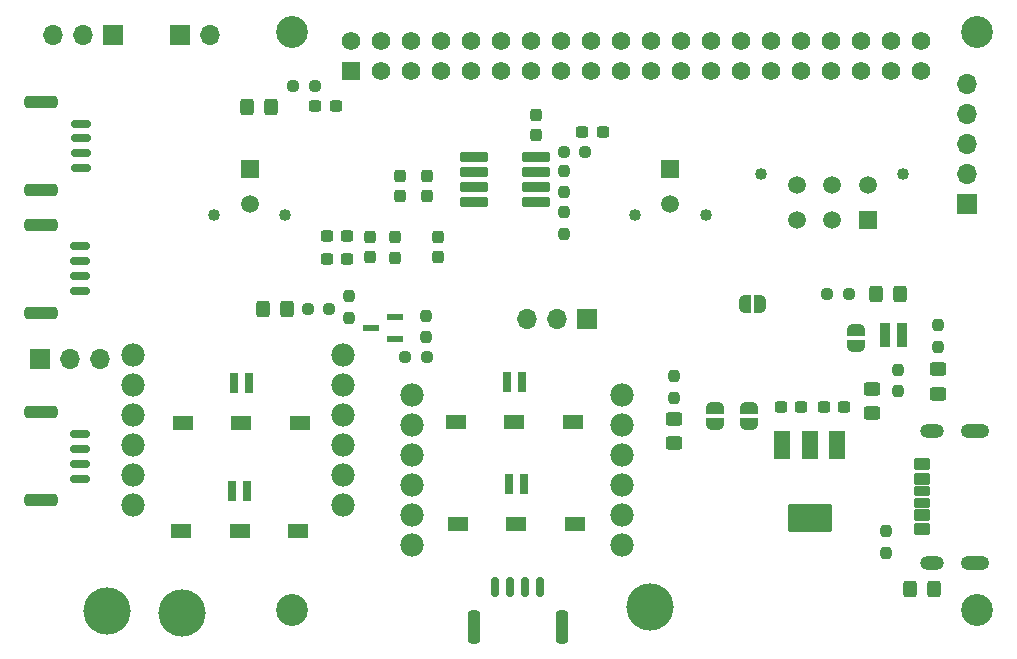
<source format=gts>
%TF.GenerationSoftware,KiCad,Pcbnew,8.0.4*%
%TF.CreationDate,2025-01-10T13:29:25-08:00*%
%TF.ProjectId,X17_Pi_Shield,5831375f-5069-45f5-9368-69656c642e6b,rev?*%
%TF.SameCoordinates,Original*%
%TF.FileFunction,Soldermask,Top*%
%TF.FilePolarity,Negative*%
%FSLAX46Y46*%
G04 Gerber Fmt 4.6, Leading zero omitted, Abs format (unit mm)*
G04 Created by KiCad (PCBNEW 8.0.4) date 2025-01-10 13:29:25*
%MOMM*%
%LPD*%
G01*
G04 APERTURE LIST*
G04 Aperture macros list*
%AMRoundRect*
0 Rectangle with rounded corners*
0 $1 Rounding radius*
0 $2 $3 $4 $5 $6 $7 $8 $9 X,Y pos of 4 corners*
0 Add a 4 corners polygon primitive as box body*
4,1,4,$2,$3,$4,$5,$6,$7,$8,$9,$2,$3,0*
0 Add four circle primitives for the rounded corners*
1,1,$1+$1,$2,$3*
1,1,$1+$1,$4,$5*
1,1,$1+$1,$6,$7*
1,1,$1+$1,$8,$9*
0 Add four rect primitives between the rounded corners*
20,1,$1+$1,$2,$3,$4,$5,0*
20,1,$1+$1,$4,$5,$6,$7,0*
20,1,$1+$1,$6,$7,$8,$9,0*
20,1,$1+$1,$8,$9,$2,$3,0*%
%AMFreePoly0*
4,1,19,0.500000,-0.750000,0.000000,-0.750000,0.000000,-0.744911,-0.071157,-0.744911,-0.207708,-0.704816,-0.327430,-0.627875,-0.420627,-0.520320,-0.479746,-0.390866,-0.500000,-0.250000,-0.500000,0.250000,-0.479746,0.390866,-0.420627,0.520320,-0.327430,0.627875,-0.207708,0.704816,-0.071157,0.744911,0.000000,0.744911,0.000000,0.750000,0.500000,0.750000,0.500000,-0.750000,0.500000,-0.750000,
$1*%
%AMFreePoly1*
4,1,19,0.000000,0.744911,0.071157,0.744911,0.207708,0.704816,0.327430,0.627875,0.420627,0.520320,0.479746,0.390866,0.500000,0.250000,0.500000,-0.250000,0.479746,-0.390866,0.420627,-0.520320,0.327430,-0.627875,0.207708,-0.704816,0.071157,-0.744911,0.000000,-0.744911,0.000000,-0.750000,-0.500000,-0.750000,-0.500000,0.750000,0.000000,0.750000,0.000000,0.744911,0.000000,0.744911,
$1*%
G04 Aperture macros list end*
%ADD10C,0.010000*%
%ADD11RoundRect,0.237500X-0.250000X-0.237500X0.250000X-0.237500X0.250000X0.237500X-0.250000X0.237500X0*%
%ADD12RoundRect,0.250000X0.325000X0.450000X-0.325000X0.450000X-0.325000X-0.450000X0.325000X-0.450000X0*%
%ADD13R,0.660400X1.803400*%
%ADD14R,1.803400X1.295400*%
%ADD15RoundRect,0.237500X-0.237500X0.250000X-0.237500X-0.250000X0.237500X-0.250000X0.237500X0.250000X0*%
%ADD16R,1.320800X0.558800*%
%ADD17RoundRect,0.250000X0.450000X-0.325000X0.450000X0.325000X-0.450000X0.325000X-0.450000X-0.325000X0*%
%ADD18R,1.700000X1.700000*%
%ADD19O,1.700000X1.700000*%
%ADD20C,1.020000*%
%ADD21R,1.520000X1.520000*%
%ADD22C,1.520000*%
%ADD23RoundRect,0.102000X0.550000X-0.350000X0.550000X0.350000X-0.550000X0.350000X-0.550000X-0.350000X0*%
%ADD24RoundRect,0.102000X0.550000X-0.380000X0.550000X0.380000X-0.550000X0.380000X-0.550000X-0.380000X0*%
%ADD25RoundRect,0.102000X0.550000X-0.400000X0.550000X0.400000X-0.550000X0.400000X-0.550000X-0.400000X0*%
%ADD26O,2.404000X1.204000*%
%ADD27O,2.004000X1.204000*%
%ADD28RoundRect,0.102000X-0.600000X1.100000X-0.600000X-1.100000X0.600000X-1.100000X0.600000X1.100000X0*%
%ADD29RoundRect,0.102000X-1.750000X1.100000X-1.750000X-1.100000X1.750000X-1.100000X1.750000X1.100000X0*%
%ADD30RoundRect,0.150000X0.150000X0.700000X-0.150000X0.700000X-0.150000X-0.700000X0.150000X-0.700000X0*%
%ADD31RoundRect,0.250000X0.250000X1.150000X-0.250000X1.150000X-0.250000X-1.150000X0.250000X-1.150000X0*%
%ADD32FreePoly0,270.000000*%
%ADD33FreePoly1,270.000000*%
%ADD34RoundRect,0.102000X-0.685000X-0.685000X0.685000X-0.685000X0.685000X0.685000X-0.685000X0.685000X0*%
%ADD35C,1.574000*%
%ADD36RoundRect,0.237500X0.250000X0.237500X-0.250000X0.237500X-0.250000X-0.237500X0.250000X-0.237500X0*%
%ADD37FreePoly0,90.000000*%
%ADD38FreePoly1,90.000000*%
%ADD39C,4.000000*%
%ADD40C,2.700000*%
%ADD41RoundRect,0.237500X-0.237500X0.300000X-0.237500X-0.300000X0.237500X-0.300000X0.237500X0.300000X0*%
%ADD42RoundRect,0.237500X0.300000X0.237500X-0.300000X0.237500X-0.300000X-0.237500X0.300000X-0.237500X0*%
%ADD43RoundRect,0.237500X0.237500X-0.250000X0.237500X0.250000X-0.237500X0.250000X-0.237500X-0.250000X0*%
%ADD44RoundRect,0.250000X-0.325000X-0.450000X0.325000X-0.450000X0.325000X0.450000X-0.325000X0.450000X0*%
%ADD45FreePoly0,180.000000*%
%ADD46FreePoly1,180.000000*%
%ADD47RoundRect,0.102000X-1.104900X0.304800X-1.104900X-0.304800X1.104900X-0.304800X1.104900X0.304800X0*%
%ADD48RoundRect,0.150000X0.700000X-0.150000X0.700000X0.150000X-0.700000X0.150000X-0.700000X-0.150000X0*%
%ADD49RoundRect,0.250000X1.150000X-0.250000X1.150000X0.250000X-1.150000X0.250000X-1.150000X-0.250000X0*%
%ADD50RoundRect,0.237500X-0.300000X-0.237500X0.300000X-0.237500X0.300000X0.237500X-0.300000X0.237500X0*%
%ADD51C,1.982000*%
G04 APERTURE END LIST*
D10*
%TO.C,U2*%
X183710000Y-106810000D02*
X182950000Y-106810000D01*
X182950000Y-106390000D01*
X183710000Y-106390000D01*
X183710000Y-106810000D01*
G36*
X183710000Y-106810000D02*
G01*
X182950000Y-106810000D01*
X182950000Y-106390000D01*
X183710000Y-106390000D01*
X183710000Y-106810000D01*
G37*
X183710000Y-107310000D02*
X182950000Y-107310000D01*
X182950000Y-106890000D01*
X183710000Y-106890000D01*
X183710000Y-107310000D01*
G36*
X183710000Y-107310000D02*
G01*
X182950000Y-107310000D01*
X182950000Y-106890000D01*
X183710000Y-106890000D01*
X183710000Y-107310000D01*
G37*
X183710000Y-107810000D02*
X182950000Y-107810000D01*
X182950000Y-107390000D01*
X183710000Y-107390000D01*
X183710000Y-107810000D01*
G36*
X183710000Y-107810000D02*
G01*
X182950000Y-107810000D01*
X182950000Y-107390000D01*
X183710000Y-107390000D01*
X183710000Y-107810000D01*
G37*
X183710000Y-108310000D02*
X182950000Y-108310000D01*
X182950000Y-107890000D01*
X183710000Y-107890000D01*
X183710000Y-108310000D01*
G36*
X183710000Y-108310000D02*
G01*
X182950000Y-108310000D01*
X182950000Y-107890000D01*
X183710000Y-107890000D01*
X183710000Y-108310000D01*
G37*
X185180000Y-106810000D02*
X184420000Y-106810000D01*
X184420000Y-106390000D01*
X185180000Y-106390000D01*
X185180000Y-106810000D01*
G36*
X185180000Y-106810000D02*
G01*
X184420000Y-106810000D01*
X184420000Y-106390000D01*
X185180000Y-106390000D01*
X185180000Y-106810000D01*
G37*
X185180000Y-107310000D02*
X184420000Y-107310000D01*
X184420000Y-106890000D01*
X185180000Y-106890000D01*
X185180000Y-107310000D01*
G36*
X185180000Y-107310000D02*
G01*
X184420000Y-107310000D01*
X184420000Y-106890000D01*
X185180000Y-106890000D01*
X185180000Y-107310000D01*
G37*
X185180000Y-107810000D02*
X184420000Y-107810000D01*
X184420000Y-107390000D01*
X185180000Y-107390000D01*
X185180000Y-107810000D01*
G36*
X185180000Y-107810000D02*
G01*
X184420000Y-107810000D01*
X184420000Y-107390000D01*
X185180000Y-107390000D01*
X185180000Y-107810000D01*
G37*
X185180000Y-108310000D02*
X184420000Y-108310000D01*
X184420000Y-107890000D01*
X185180000Y-107890000D01*
X185180000Y-108310000D01*
G36*
X185180000Y-108310000D02*
G01*
X184420000Y-108310000D01*
X184420000Y-107890000D01*
X185180000Y-107890000D01*
X185180000Y-108310000D01*
G37*
%TD*%
D11*
%TO.C,R11*%
X156187500Y-91900000D03*
X158012500Y-91900000D03*
%TD*%
D12*
%TO.C,D6*%
X184650000Y-103900000D03*
X182600000Y-103900000D03*
%TD*%
D13*
%TO.C,J3*%
X152625000Y-111399999D03*
X151375000Y-111399999D03*
D14*
X147050000Y-114750000D03*
X152000000Y-114750000D03*
X156950000Y-114750000D03*
%TD*%
D15*
%TO.C,R3*%
X137975000Y-104125000D03*
X137975000Y-105950000D03*
%TD*%
D16*
%TO.C,U6*%
X141853500Y-107752500D03*
X141853500Y-105847500D03*
X139821500Y-106800000D03*
%TD*%
D17*
%TO.C,D7*%
X165500000Y-116550000D03*
X165500000Y-114500000D03*
%TD*%
D18*
%TO.C,J6*%
X118000000Y-82000000D03*
D19*
X115460000Y-82000000D03*
X112920000Y-82000000D03*
%TD*%
D20*
%TO.C,J22*%
X132599989Y-97240000D03*
X126600001Y-97240000D03*
D21*
X129600000Y-93300000D03*
D22*
X129600000Y-96299999D03*
%TD*%
D23*
%TO.C,J8*%
X186500000Y-121600000D03*
D24*
X186500000Y-119580000D03*
D25*
X186500000Y-118350000D03*
D23*
X186500000Y-120600000D03*
D24*
X186500000Y-122620000D03*
D25*
X186500000Y-123850000D03*
D26*
X191000000Y-126675000D03*
X191000000Y-115525000D03*
D27*
X187400000Y-126675000D03*
X187400000Y-115525000D03*
%TD*%
D13*
%TO.C,J5*%
X152775000Y-120049999D03*
X151525000Y-120049999D03*
D14*
X147200000Y-123400000D03*
X152150000Y-123400000D03*
X157100000Y-123400000D03*
%TD*%
D17*
%TO.C,D2*%
X182300000Y-114025000D03*
X182300000Y-111975000D03*
%TD*%
D28*
%TO.C,U9*%
X179300000Y-116700000D03*
X177000000Y-116700000D03*
X174700000Y-116700000D03*
D29*
X177000000Y-122900000D03*
%TD*%
D30*
%TO.C,J1*%
X154150000Y-128750000D03*
X152900000Y-128750000D03*
X151650000Y-128750000D03*
X150400000Y-128750000D03*
D31*
X156000000Y-132100000D03*
X148550000Y-132100000D03*
%TD*%
D32*
%TO.C,JP4*%
X180895000Y-107000000D03*
D33*
X180895000Y-108300000D03*
%TD*%
D15*
%TO.C,R15*%
X165500000Y-110887500D03*
X165500000Y-112712500D03*
%TD*%
D34*
%TO.C,U8*%
X138170000Y-85040000D03*
D35*
X138170000Y-82500000D03*
X140710000Y-85040000D03*
X140710000Y-82500000D03*
X143250000Y-85040000D03*
X143250000Y-82500000D03*
X145790000Y-85040000D03*
X145790000Y-82500000D03*
X148330000Y-85040000D03*
X148330000Y-82500000D03*
X150870000Y-85040000D03*
X150870000Y-82500000D03*
X153410000Y-85040000D03*
X153410000Y-82500000D03*
X155950000Y-85040000D03*
X155950000Y-82500000D03*
X158490000Y-85040000D03*
X158490000Y-82500000D03*
X161030000Y-85040000D03*
X161030000Y-82500000D03*
X163570000Y-85040000D03*
X163570000Y-82500000D03*
X166110000Y-85040000D03*
X166110000Y-82500000D03*
X168650000Y-85040000D03*
X168650000Y-82500000D03*
X171190000Y-85040000D03*
X171190000Y-82500000D03*
X173730000Y-85040000D03*
X173730000Y-82500000D03*
X176270000Y-85040000D03*
X176270000Y-82500000D03*
X178810000Y-85040000D03*
X178810000Y-82500000D03*
X181350000Y-85040000D03*
X181350000Y-82500000D03*
X183890000Y-85040000D03*
X183890000Y-82500000D03*
X186430000Y-85040000D03*
X186430000Y-82500000D03*
%TD*%
D18*
%TO.C,J9*%
X158140000Y-106000000D03*
D19*
X155600000Y-106000000D03*
X153060000Y-106000000D03*
%TD*%
D36*
%TO.C,R16*%
X135100000Y-86300000D03*
X133275000Y-86300000D03*
%TD*%
D17*
%TO.C,D5*%
X187900000Y-112350000D03*
X187900000Y-110300000D03*
%TD*%
D37*
%TO.C,JP1*%
X171900000Y-114900000D03*
D38*
X171900000Y-113600000D03*
%TD*%
D39*
%TO.C,TP1*%
X163500000Y-130400000D03*
%TD*%
D18*
%TO.C,J13*%
X111820000Y-109400000D03*
D19*
X114360000Y-109400000D03*
X116900000Y-109400000D03*
%TD*%
D40*
%TO.C,REF\u002A\u002A*%
X133180000Y-130720000D03*
%TD*%
D41*
%TO.C,C14*%
X153850000Y-88737500D03*
X153850000Y-90462500D03*
%TD*%
D42*
%TO.C,C11*%
X179925000Y-113500000D03*
X178200000Y-113500000D03*
%TD*%
D43*
%TO.C,R2*%
X144500000Y-107600000D03*
X144500000Y-105775000D03*
%TD*%
D39*
%TO.C,TP3*%
X117550000Y-130800000D03*
%TD*%
D44*
%TO.C,D8*%
X129350000Y-88100000D03*
X131400000Y-88100000D03*
%TD*%
D15*
%TO.C,R5*%
X156200000Y-93487500D03*
X156200000Y-95312500D03*
%TD*%
D45*
%TO.C,JP3*%
X172800000Y-104800000D03*
D46*
X171500000Y-104800000D03*
%TD*%
D40*
%TO.C,REF\u002A\u002A*%
X191180000Y-81720000D03*
%TD*%
D37*
%TO.C,JP2*%
X169000000Y-114900000D03*
D38*
X169000000Y-113600000D03*
%TD*%
D20*
%TO.C,J24*%
X168199989Y-97240001D03*
X162200001Y-97240001D03*
D21*
X165200000Y-93300001D03*
D22*
X165200000Y-96300000D03*
%TD*%
D18*
%TO.C,J20*%
X123725000Y-82000000D03*
D19*
X126265000Y-82000000D03*
%TD*%
D42*
%TO.C,C13*%
X136862500Y-88000000D03*
X135137500Y-88000000D03*
%TD*%
D13*
%TO.C,J4*%
X129375000Y-120606298D03*
X128125000Y-120606298D03*
D14*
X123800000Y-123956299D03*
X128750000Y-123956299D03*
X133700000Y-123956299D03*
%TD*%
D40*
%TO.C,REF\u002A\u002A*%
X133180000Y-81720000D03*
%TD*%
D42*
%TO.C,C18*%
X176300000Y-113500000D03*
X174575000Y-113500000D03*
%TD*%
D47*
%TO.C,U5*%
X148583800Y-92295000D03*
X148583800Y-93565000D03*
X148583800Y-94835000D03*
X148583800Y-96105000D03*
X153816200Y-96105000D03*
X153816200Y-94835000D03*
X153816200Y-93565000D03*
X153816200Y-92295000D03*
%TD*%
D12*
%TO.C,D4*%
X187525000Y-128900000D03*
X185475000Y-128900000D03*
%TD*%
D15*
%TO.C,R12*%
X183500000Y-124000000D03*
X183500000Y-125825000D03*
%TD*%
D39*
%TO.C,TP2*%
X123850000Y-130900000D03*
%TD*%
D41*
%TO.C,C9*%
X142300000Y-93900000D03*
X142300000Y-95625000D03*
%TD*%
D36*
%TO.C,R1*%
X144587500Y-109250000D03*
X142762500Y-109250000D03*
%TD*%
D18*
%TO.C,J12*%
X190300000Y-96320000D03*
D19*
X190300000Y-93780000D03*
X190300000Y-91240000D03*
X190300000Y-88700000D03*
X190300000Y-86160000D03*
%TD*%
D41*
%TO.C,C7*%
X145500000Y-99100000D03*
X145500000Y-100825000D03*
%TD*%
D48*
%TO.C,J7*%
X115250000Y-119550000D03*
X115250000Y-118300000D03*
X115250000Y-117050000D03*
X115250000Y-115800000D03*
D49*
X111900000Y-121400000D03*
X111900000Y-113950000D03*
%TD*%
D41*
%TO.C,C4*%
X139800000Y-99100000D03*
X139800000Y-100825000D03*
%TD*%
D20*
%TO.C,J23*%
X172900022Y-93760000D03*
X184899998Y-93760000D03*
D21*
X181899999Y-97700000D03*
D22*
X178900000Y-97700000D03*
X175900001Y-97700000D03*
X181899999Y-94700001D03*
X178900000Y-94700001D03*
X175900001Y-94700001D03*
%TD*%
D41*
%TO.C,C8*%
X144600000Y-93900000D03*
X144600000Y-95625000D03*
%TD*%
D43*
%TO.C,R10*%
X156200000Y-98825000D03*
X156200000Y-97000000D03*
%TD*%
D42*
%TO.C,FB3*%
X137862500Y-101000000D03*
X136137500Y-101000000D03*
%TD*%
D48*
%TO.C,J11*%
X115300000Y-93250000D03*
X115300000Y-92000000D03*
X115300000Y-90750000D03*
X115300000Y-89500000D03*
D49*
X111950000Y-95100000D03*
X111950000Y-87650000D03*
%TD*%
D36*
%TO.C,R4*%
X136312500Y-105200000D03*
X134487500Y-105200000D03*
%TD*%
D11*
%TO.C,R14*%
X178487500Y-103900000D03*
X180312500Y-103900000D03*
%TD*%
D41*
%TO.C,C6*%
X141900000Y-99137500D03*
X141900000Y-100862500D03*
%TD*%
D42*
%TO.C,FB4*%
X137862500Y-99000000D03*
X136137500Y-99000000D03*
%TD*%
D48*
%TO.C,J10*%
X115250000Y-103650000D03*
X115250000Y-102400000D03*
X115250000Y-101150000D03*
X115250000Y-99900000D03*
D49*
X111900000Y-105500000D03*
X111900000Y-98050000D03*
%TD*%
D44*
%TO.C,D1*%
X130675000Y-105200000D03*
X132725000Y-105200000D03*
%TD*%
D13*
%TO.C,J2*%
X129500000Y-111500000D03*
X128250000Y-111500000D03*
D14*
X123925000Y-114850001D03*
X128875000Y-114850001D03*
X133825000Y-114850001D03*
%TD*%
D15*
%TO.C,R6*%
X184485000Y-110337500D03*
X184485000Y-112162500D03*
%TD*%
D40*
%TO.C,REF\u002A\u002A*%
X191180000Y-130720000D03*
%TD*%
D50*
%TO.C,C15*%
X157737500Y-90200000D03*
X159462500Y-90200000D03*
%TD*%
D15*
%TO.C,R13*%
X187900000Y-106575000D03*
X187900000Y-108400000D03*
%TD*%
D51*
%TO.C,U1*%
X137500000Y-109100000D03*
X137500000Y-111640000D03*
X137500000Y-114180000D03*
X137500000Y-116720000D03*
X137500000Y-119260000D03*
X137500000Y-121800000D03*
X119720000Y-109100000D03*
X119720000Y-111640000D03*
X119720000Y-114180000D03*
X119720000Y-116720000D03*
X119720000Y-119260000D03*
X119720000Y-121800000D03*
%TD*%
%TO.C,U10*%
X161100000Y-112500000D03*
X161100000Y-115040000D03*
X161100000Y-117580000D03*
X161100000Y-120120000D03*
X161100000Y-122660000D03*
X161100000Y-125200000D03*
X143320000Y-112500000D03*
X143320000Y-115040000D03*
X143320000Y-117580000D03*
X143320000Y-120120000D03*
X143320000Y-122660000D03*
X143320000Y-125200000D03*
%TD*%
M02*

</source>
